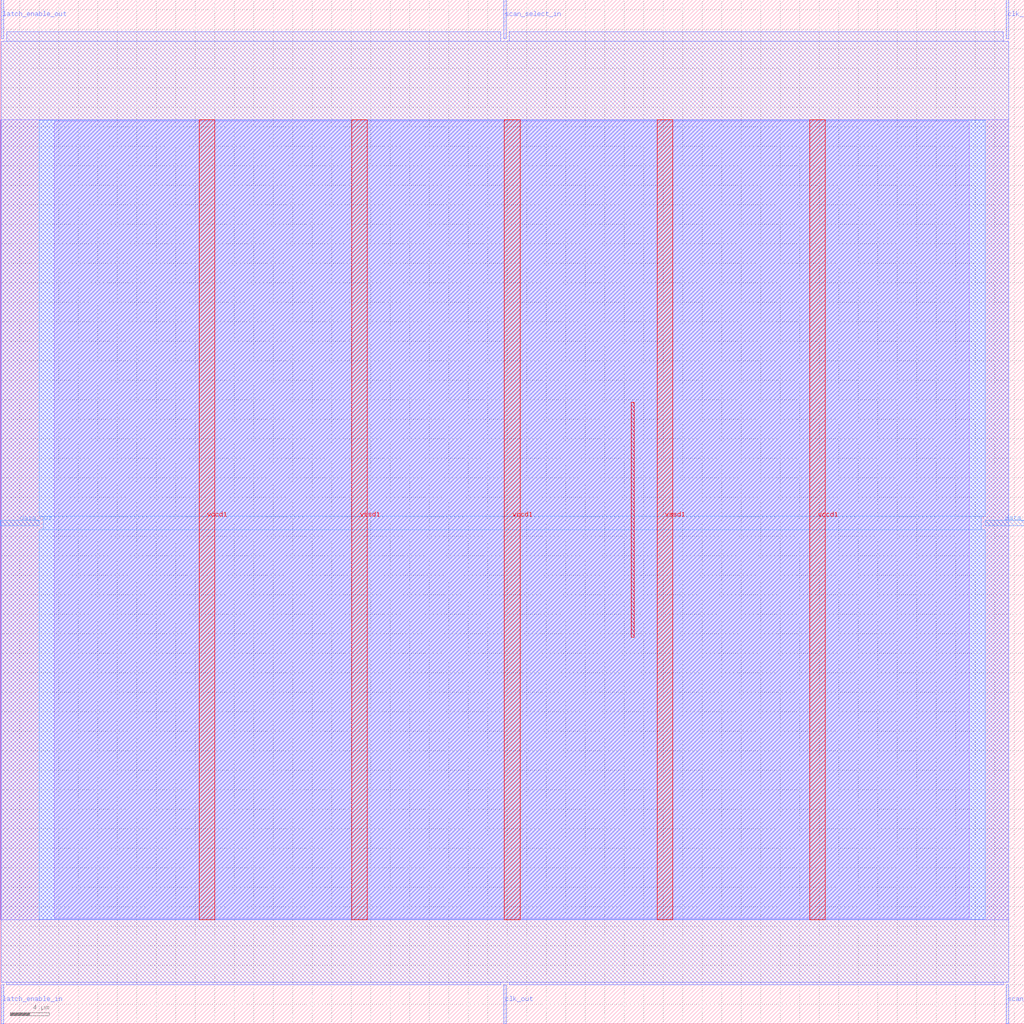
<source format=lef>
VERSION 5.7 ;
  NOWIREEXTENSIONATPIN ON ;
  DIVIDERCHAR "/" ;
  BUSBITCHARS "[]" ;
MACRO scan_wrapper_341164910646919762
  CLASS BLOCK ;
  FOREIGN scan_wrapper_341164910646919762 ;
  ORIGIN 0.000 0.000 ;
  SIZE 105.000 BY 105.000 ;
  PIN clk_in
    DIRECTION INPUT ;
    USE SIGNAL ;
    PORT
      LAYER met2 ;
        RECT 103.130 101.000 103.410 105.000 ;
    END
  END clk_in
  PIN clk_out
    DIRECTION OUTPUT TRISTATE ;
    USE SIGNAL ;
    PORT
      LAYER met2 ;
        RECT 51.610 0.000 51.890 4.000 ;
    END
  END clk_out
  PIN data_in
    DIRECTION INPUT ;
    USE SIGNAL ;
    PORT
      LAYER met3 ;
        RECT 101.000 51.040 105.000 51.640 ;
    END
  END data_in
  PIN data_out
    DIRECTION OUTPUT TRISTATE ;
    USE SIGNAL ;
    PORT
      LAYER met3 ;
        RECT 0.000 51.040 4.000 51.640 ;
    END
  END data_out
  PIN latch_enable_in
    DIRECTION INPUT ;
    USE SIGNAL ;
    PORT
      LAYER met2 ;
        RECT 0.090 0.000 0.370 4.000 ;
    END
  END latch_enable_in
  PIN latch_enable_out
    DIRECTION OUTPUT TRISTATE ;
    USE SIGNAL ;
    PORT
      LAYER met2 ;
        RECT 0.090 101.000 0.370 105.000 ;
    END
  END latch_enable_out
  PIN scan_select_in
    DIRECTION INPUT ;
    USE SIGNAL ;
    PORT
      LAYER met2 ;
        RECT 51.610 101.000 51.890 105.000 ;
    END
  END scan_select_in
  PIN scan_select_out
    DIRECTION OUTPUT TRISTATE ;
    USE SIGNAL ;
    PORT
      LAYER met2 ;
        RECT 103.130 0.000 103.410 4.000 ;
    END
  END scan_select_out
  PIN vccd1
    DIRECTION INPUT ;
    USE POWER ;
    PORT
      LAYER met4 ;
        RECT 20.380 10.640 21.980 92.720 ;
    END
    PORT
      LAYER met4 ;
        RECT 51.700 10.640 53.300 92.720 ;
    END
    PORT
      LAYER met4 ;
        RECT 83.020 10.640 84.620 92.720 ;
    END
  END vccd1
  PIN vssd1
    DIRECTION INPUT ;
    USE GROUND ;
    PORT
      LAYER met4 ;
        RECT 36.040 10.640 37.640 92.720 ;
    END
    PORT
      LAYER met4 ;
        RECT 67.360 10.640 68.960 92.720 ;
    END
  END vssd1
  OBS
      LAYER li1 ;
        RECT 5.520 10.795 99.360 92.565 ;
      LAYER met1 ;
        RECT 0.070 10.640 103.430 92.720 ;
      LAYER met2 ;
        RECT 0.650 100.720 51.330 101.730 ;
        RECT 52.170 100.720 102.850 101.730 ;
        RECT 0.100 4.280 103.400 100.720 ;
        RECT 0.650 4.000 51.330 4.280 ;
        RECT 52.170 4.000 102.850 4.280 ;
      LAYER met3 ;
        RECT 4.000 52.040 101.000 92.645 ;
        RECT 4.400 50.640 100.600 52.040 ;
        RECT 4.000 10.715 101.000 50.640 ;
      LAYER met4 ;
        RECT 64.695 39.615 65.025 63.745 ;
  END
END scan_wrapper_341164910646919762
END LIBRARY


</source>
